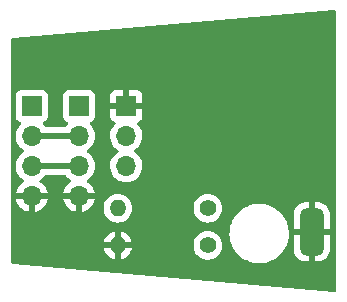
<source format=gbr>
%TF.GenerationSoftware,KiCad,Pcbnew,(6.0.5)*%
%TF.CreationDate,2023-08-08T13:15:34+01:00*%
%TF.ProjectId,Melty-daughter,4d656c74-792d-4646-9175-67687465722e,rev?*%
%TF.SameCoordinates,Original*%
%TF.FileFunction,Copper,L2,Bot*%
%TF.FilePolarity,Positive*%
%FSLAX46Y46*%
G04 Gerber Fmt 4.6, Leading zero omitted, Abs format (unit mm)*
G04 Created by KiCad (PCBNEW (6.0.5)) date 2023-08-08 13:15:34*
%MOMM*%
%LPD*%
G01*
G04 APERTURE LIST*
G04 Aperture macros list*
%AMRoundRect*
0 Rectangle with rounded corners*
0 $1 Rounding radius*
0 $2 $3 $4 $5 $6 $7 $8 $9 X,Y pos of 4 corners*
0 Add a 4 corners polygon primitive as box body*
4,1,4,$2,$3,$4,$5,$6,$7,$8,$9,$2,$3,0*
0 Add four circle primitives for the rounded corners*
1,1,$1+$1,$2,$3*
1,1,$1+$1,$4,$5*
1,1,$1+$1,$6,$7*
1,1,$1+$1,$8,$9*
0 Add four rect primitives between the rounded corners*
20,1,$1+$1,$2,$3,$4,$5,0*
20,1,$1+$1,$4,$5,$6,$7,0*
20,1,$1+$1,$6,$7,$8,$9,0*
20,1,$1+$1,$8,$9,$2,$3,0*%
G04 Aperture macros list end*
%TA.AperFunction,SMDPad,CuDef*%
%ADD10RoundRect,0.500000X-0.500000X-1.500000X0.500000X-1.500000X0.500000X1.500000X-0.500000X1.500000X0*%
%TD*%
%TA.AperFunction,ComponentPad*%
%ADD11C,1.400000*%
%TD*%
%TA.AperFunction,ComponentPad*%
%ADD12O,1.400000X1.400000*%
%TD*%
%TA.AperFunction,ComponentPad*%
%ADD13R,1.700000X1.700000*%
%TD*%
%TA.AperFunction,ComponentPad*%
%ADD14O,1.700000X1.700000*%
%TD*%
%TA.AperFunction,ViaPad*%
%ADD15C,0.800000*%
%TD*%
%TA.AperFunction,Conductor*%
%ADD16C,0.500000*%
%TD*%
G04 APERTURE END LIST*
D10*
%TO.P,P2,1*%
%TO.N,GND*%
X125950000Y-96850000D03*
%TD*%
D11*
%TO.P,R3,1*%
%TO.N,IR_out*%
X117160000Y-98000000D03*
D12*
%TO.P,R3,2*%
%TO.N,GND*%
X109540000Y-98000000D03*
%TD*%
D13*
%TO.P,J2,1,Pin_1*%
%TO.N,+3V3*%
X106250000Y-86200000D03*
D14*
%TO.P,J2,2,Pin_2*%
%TO.N,IR_out*%
X106250000Y-88740000D03*
%TO.P,J2,3,Pin_3*%
%TO.N,Net-(J1-Pad3)*%
X106250000Y-91280000D03*
%TO.P,J2,4,Pin_4*%
%TO.N,GND*%
X106250000Y-93820000D03*
%TD*%
D13*
%TO.P,RV2,1,1*%
%TO.N,GND*%
X110250000Y-86200000D03*
D14*
%TO.P,RV2,2,2*%
%TO.N,IR_out*%
X110250000Y-88740000D03*
%TO.P,RV2,3,3*%
%TO.N,unconnected-(RV2-Pad3)*%
X110250000Y-91280000D03*
%TD*%
D13*
%TO.P,J1,1,Pin_1*%
%TO.N,+3V3*%
X102250000Y-86200000D03*
D14*
%TO.P,J1,2,Pin_2*%
%TO.N,IR_out*%
X102250000Y-88740000D03*
%TO.P,J1,3,Pin_3*%
%TO.N,Net-(J1-Pad3)*%
X102250000Y-91280000D03*
%TO.P,J1,4,Pin_4*%
%TO.N,GND*%
X102250000Y-93820000D03*
%TD*%
D11*
%TO.P,R5,1*%
%TO.N,IR_out*%
X117160000Y-94850000D03*
D12*
%TO.P,R5,2*%
%TO.N,Net-(R5-Pad2)*%
X109540000Y-94850000D03*
%TD*%
D15*
%TO.N,GND*%
X118050000Y-83500000D03*
X113700000Y-87000000D03*
%TD*%
D16*
%TO.N,Net-(J1-Pad3)*%
X102250000Y-91280000D02*
X106250000Y-91280000D01*
%TO.N,IR_out*%
X102250000Y-88740000D02*
X106250000Y-88740000D01*
%TD*%
%TA.AperFunction,Conductor*%
%TO.N,GND*%
G36*
X127924098Y-78081049D02*
G01*
X127975101Y-78130437D01*
X127991500Y-78192594D01*
X127991500Y-101807406D01*
X127971498Y-101875527D01*
X127917842Y-101922020D01*
X127854492Y-101932924D01*
X100623489Y-99544240D01*
X100557377Y-99518362D01*
X100515751Y-99460849D01*
X100508500Y-99418722D01*
X100508500Y-98266522D01*
X108360801Y-98266522D01*
X108399092Y-98409423D01*
X108402842Y-98419727D01*
X108487521Y-98601323D01*
X108492998Y-98610811D01*
X108607925Y-98774942D01*
X108614981Y-98783350D01*
X108756650Y-98925019D01*
X108765058Y-98932075D01*
X108929189Y-99047002D01*
X108938677Y-99052479D01*
X109120273Y-99137158D01*
X109130577Y-99140908D01*
X109268503Y-99177866D01*
X109282599Y-99177530D01*
X109286000Y-99169588D01*
X109286000Y-99164439D01*
X109794000Y-99164439D01*
X109797973Y-99177970D01*
X109806522Y-99179199D01*
X109949423Y-99140908D01*
X109959727Y-99137158D01*
X110141323Y-99052479D01*
X110150811Y-99047002D01*
X110314942Y-98932075D01*
X110323350Y-98925019D01*
X110465019Y-98783350D01*
X110472075Y-98774942D01*
X110587002Y-98610811D01*
X110592479Y-98601323D01*
X110677158Y-98419727D01*
X110680908Y-98409423D01*
X110717866Y-98271497D01*
X110717530Y-98257401D01*
X110709588Y-98254000D01*
X109812115Y-98254000D01*
X109796876Y-98258475D01*
X109795671Y-98259865D01*
X109794000Y-98267548D01*
X109794000Y-99164439D01*
X109286000Y-99164439D01*
X109286000Y-98272115D01*
X109281525Y-98256876D01*
X109280135Y-98255671D01*
X109272452Y-98254000D01*
X108375561Y-98254000D01*
X108362030Y-98257973D01*
X108360801Y-98266522D01*
X100508500Y-98266522D01*
X100508500Y-98000000D01*
X115946884Y-98000000D01*
X115965314Y-98210655D01*
X115966738Y-98215968D01*
X115966738Y-98215970D01*
X115981617Y-98271497D01*
X116020044Y-98414910D01*
X116022366Y-98419891D01*
X116022367Y-98419892D01*
X116035350Y-98447733D01*
X116109411Y-98606558D01*
X116230699Y-98779776D01*
X116380224Y-98929301D01*
X116553442Y-99050589D01*
X116558420Y-99052910D01*
X116558423Y-99052912D01*
X116740108Y-99137633D01*
X116745090Y-99139956D01*
X116750398Y-99141378D01*
X116750400Y-99141379D01*
X116944030Y-99193262D01*
X116944032Y-99193262D01*
X116949345Y-99194686D01*
X117160000Y-99213116D01*
X117370655Y-99194686D01*
X117375968Y-99193262D01*
X117375970Y-99193262D01*
X117569600Y-99141379D01*
X117569602Y-99141378D01*
X117574910Y-99139956D01*
X117579892Y-99137633D01*
X117761577Y-99052912D01*
X117761580Y-99052910D01*
X117766558Y-99050589D01*
X117939776Y-98929301D01*
X118089301Y-98779776D01*
X118210589Y-98606558D01*
X118284651Y-98447733D01*
X118297633Y-98419892D01*
X118297634Y-98419891D01*
X118299956Y-98414910D01*
X118338384Y-98271497D01*
X118353262Y-98215970D01*
X118353262Y-98215968D01*
X118354686Y-98210655D01*
X118373116Y-98000000D01*
X118354686Y-97789345D01*
X118342301Y-97743124D01*
X118301379Y-97590400D01*
X118301378Y-97590398D01*
X118299956Y-97585090D01*
X118210589Y-97393442D01*
X118089301Y-97220224D01*
X117939776Y-97070699D01*
X117838807Y-97000000D01*
X118986540Y-97000000D01*
X119006359Y-97315020D01*
X119065505Y-97625072D01*
X119163044Y-97925266D01*
X119164731Y-97928852D01*
X119164733Y-97928856D01*
X119295750Y-98207283D01*
X119295754Y-98207290D01*
X119297438Y-98210869D01*
X119466568Y-98477375D01*
X119667767Y-98720582D01*
X119897860Y-98936654D01*
X120153221Y-99122184D01*
X120156690Y-99124091D01*
X120156693Y-99124093D01*
X120366111Y-99239222D01*
X120429821Y-99274247D01*
X120433490Y-99275700D01*
X120433495Y-99275702D01*
X120719628Y-99388990D01*
X120723298Y-99390443D01*
X121029025Y-99468940D01*
X121342179Y-99508500D01*
X121657821Y-99508500D01*
X121970975Y-99468940D01*
X122276702Y-99390443D01*
X122280372Y-99388990D01*
X122566505Y-99275702D01*
X122566510Y-99275700D01*
X122570179Y-99274247D01*
X122633889Y-99239222D01*
X122843307Y-99124093D01*
X122843310Y-99124091D01*
X122846779Y-99122184D01*
X123102140Y-98936654D01*
X123332233Y-98720582D01*
X123533432Y-98477375D01*
X123554180Y-98444681D01*
X124442000Y-98444681D01*
X124442077Y-98447733D01*
X124443233Y-98456945D01*
X124480162Y-98640091D01*
X124483752Y-98651833D01*
X124554978Y-98822943D01*
X124560778Y-98833759D01*
X124663885Y-98987779D01*
X124671678Y-98997266D01*
X124802734Y-99128322D01*
X124812221Y-99136115D01*
X124966241Y-99239222D01*
X124977057Y-99245022D01*
X125148167Y-99316248D01*
X125159909Y-99319838D01*
X125343055Y-99356767D01*
X125352267Y-99357923D01*
X125355319Y-99358000D01*
X125677885Y-99358000D01*
X125693124Y-99353525D01*
X125694329Y-99352135D01*
X125696000Y-99344452D01*
X125696000Y-99339885D01*
X126204000Y-99339885D01*
X126208475Y-99355124D01*
X126209865Y-99356329D01*
X126217548Y-99358000D01*
X126544681Y-99358000D01*
X126547733Y-99357923D01*
X126556945Y-99356767D01*
X126740091Y-99319838D01*
X126751833Y-99316248D01*
X126922943Y-99245022D01*
X126933759Y-99239222D01*
X127087779Y-99136115D01*
X127097266Y-99128322D01*
X127228322Y-98997266D01*
X127236115Y-98987779D01*
X127339222Y-98833759D01*
X127345022Y-98822943D01*
X127416248Y-98651833D01*
X127419838Y-98640091D01*
X127456767Y-98456945D01*
X127457923Y-98447733D01*
X127458000Y-98444681D01*
X127458000Y-97122115D01*
X127453525Y-97106876D01*
X127452135Y-97105671D01*
X127444452Y-97104000D01*
X126222115Y-97104000D01*
X126206876Y-97108475D01*
X126205671Y-97109865D01*
X126204000Y-97117548D01*
X126204000Y-99339885D01*
X125696000Y-99339885D01*
X125696000Y-97122115D01*
X125691525Y-97106876D01*
X125690135Y-97105671D01*
X125682452Y-97104000D01*
X124460115Y-97104000D01*
X124444876Y-97108475D01*
X124443671Y-97109865D01*
X124442000Y-97117548D01*
X124442000Y-98444681D01*
X123554180Y-98444681D01*
X123702562Y-98210869D01*
X123704246Y-98207290D01*
X123704250Y-98207283D01*
X123835267Y-97928856D01*
X123835269Y-97928852D01*
X123836956Y-97925266D01*
X123934495Y-97625072D01*
X123993641Y-97315020D01*
X124013460Y-97000000D01*
X123993641Y-96684980D01*
X123973211Y-96577885D01*
X124442000Y-96577885D01*
X124446475Y-96593124D01*
X124447865Y-96594329D01*
X124455548Y-96596000D01*
X125677885Y-96596000D01*
X125693124Y-96591525D01*
X125694329Y-96590135D01*
X125696000Y-96582452D01*
X125696000Y-96577885D01*
X126204000Y-96577885D01*
X126208475Y-96593124D01*
X126209865Y-96594329D01*
X126217548Y-96596000D01*
X127439885Y-96596000D01*
X127455124Y-96591525D01*
X127456329Y-96590135D01*
X127458000Y-96582452D01*
X127458000Y-95255319D01*
X127457923Y-95252267D01*
X127456767Y-95243055D01*
X127419838Y-95059909D01*
X127416248Y-95048167D01*
X127345022Y-94877057D01*
X127339222Y-94866241D01*
X127236115Y-94712221D01*
X127228322Y-94702734D01*
X127097266Y-94571678D01*
X127087779Y-94563885D01*
X126933759Y-94460778D01*
X126922943Y-94454978D01*
X126751833Y-94383752D01*
X126740091Y-94380162D01*
X126556945Y-94343233D01*
X126547733Y-94342077D01*
X126544681Y-94342000D01*
X126222115Y-94342000D01*
X126206876Y-94346475D01*
X126205671Y-94347865D01*
X126204000Y-94355548D01*
X126204000Y-96577885D01*
X125696000Y-96577885D01*
X125696000Y-94360115D01*
X125691525Y-94344876D01*
X125690135Y-94343671D01*
X125682452Y-94342000D01*
X125355319Y-94342000D01*
X125352267Y-94342077D01*
X125343055Y-94343233D01*
X125159909Y-94380162D01*
X125148167Y-94383752D01*
X124977057Y-94454978D01*
X124966241Y-94460778D01*
X124812221Y-94563885D01*
X124802734Y-94571678D01*
X124671678Y-94702734D01*
X124663885Y-94712221D01*
X124560778Y-94866241D01*
X124554978Y-94877057D01*
X124483752Y-95048167D01*
X124480162Y-95059909D01*
X124443233Y-95243055D01*
X124442077Y-95252267D01*
X124442000Y-95255319D01*
X124442000Y-96577885D01*
X123973211Y-96577885D01*
X123934495Y-96374928D01*
X123836956Y-96074734D01*
X123822817Y-96044686D01*
X123704250Y-95792717D01*
X123704246Y-95792710D01*
X123702562Y-95789131D01*
X123698329Y-95782460D01*
X123670052Y-95737903D01*
X123533432Y-95522625D01*
X123332233Y-95279418D01*
X123102140Y-95063346D01*
X123097410Y-95059909D01*
X122930759Y-94938831D01*
X122846779Y-94877816D01*
X122825725Y-94866241D01*
X122573648Y-94727660D01*
X122573647Y-94727659D01*
X122570179Y-94725753D01*
X122566510Y-94724300D01*
X122566505Y-94724298D01*
X122280372Y-94611010D01*
X122280371Y-94611010D01*
X122276702Y-94609557D01*
X121970975Y-94531060D01*
X121657821Y-94491500D01*
X121342179Y-94491500D01*
X121029025Y-94531060D01*
X120723298Y-94609557D01*
X120719629Y-94611010D01*
X120719628Y-94611010D01*
X120433495Y-94724298D01*
X120433490Y-94724300D01*
X120429821Y-94725753D01*
X120426353Y-94727659D01*
X120426352Y-94727660D01*
X120174276Y-94866241D01*
X120153221Y-94877816D01*
X120069241Y-94938831D01*
X119902591Y-95059909D01*
X119897860Y-95063346D01*
X119667767Y-95279418D01*
X119466568Y-95522625D01*
X119329948Y-95737903D01*
X119301672Y-95782460D01*
X119297438Y-95789131D01*
X119295754Y-95792710D01*
X119295750Y-95792717D01*
X119177183Y-96044686D01*
X119163044Y-96074734D01*
X119065505Y-96374928D01*
X119006359Y-96684980D01*
X119006110Y-96688942D01*
X118989525Y-96952566D01*
X118988833Y-96963559D01*
X118986540Y-97000000D01*
X117838807Y-97000000D01*
X117766558Y-96949411D01*
X117761580Y-96947090D01*
X117761577Y-96947088D01*
X117579892Y-96862367D01*
X117579891Y-96862366D01*
X117574910Y-96860044D01*
X117569602Y-96858622D01*
X117569600Y-96858621D01*
X117375970Y-96806738D01*
X117375968Y-96806738D01*
X117370655Y-96805314D01*
X117160000Y-96786884D01*
X116949345Y-96805314D01*
X116944032Y-96806738D01*
X116944030Y-96806738D01*
X116750400Y-96858621D01*
X116750398Y-96858622D01*
X116745090Y-96860044D01*
X116740109Y-96862366D01*
X116740108Y-96862367D01*
X116558423Y-96947088D01*
X116558420Y-96947090D01*
X116553442Y-96949411D01*
X116380224Y-97070699D01*
X116230699Y-97220224D01*
X116109411Y-97393442D01*
X116020044Y-97585090D01*
X116018622Y-97590398D01*
X116018621Y-97590400D01*
X115977699Y-97743124D01*
X115965314Y-97789345D01*
X115946884Y-98000000D01*
X100508500Y-98000000D01*
X100508500Y-97728503D01*
X108362134Y-97728503D01*
X108362470Y-97742599D01*
X108370412Y-97746000D01*
X109267885Y-97746000D01*
X109283124Y-97741525D01*
X109284329Y-97740135D01*
X109286000Y-97732452D01*
X109286000Y-97727885D01*
X109794000Y-97727885D01*
X109798475Y-97743124D01*
X109799865Y-97744329D01*
X109807548Y-97746000D01*
X110704439Y-97746000D01*
X110717970Y-97742027D01*
X110719199Y-97733478D01*
X110680908Y-97590577D01*
X110677158Y-97580273D01*
X110592479Y-97398677D01*
X110587002Y-97389189D01*
X110472075Y-97225058D01*
X110465019Y-97216650D01*
X110323350Y-97074981D01*
X110314942Y-97067925D01*
X110150811Y-96952998D01*
X110141323Y-96947521D01*
X109959727Y-96862842D01*
X109949423Y-96859092D01*
X109811497Y-96822134D01*
X109797401Y-96822470D01*
X109794000Y-96830412D01*
X109794000Y-97727885D01*
X109286000Y-97727885D01*
X109286000Y-96835561D01*
X109282027Y-96822030D01*
X109273478Y-96820801D01*
X109130577Y-96859092D01*
X109120273Y-96862842D01*
X108938677Y-96947521D01*
X108929189Y-96952998D01*
X108765058Y-97067925D01*
X108756650Y-97074981D01*
X108614981Y-97216650D01*
X108607925Y-97225058D01*
X108492998Y-97389189D01*
X108487521Y-97398677D01*
X108402842Y-97580273D01*
X108399092Y-97590577D01*
X108362134Y-97728503D01*
X100508500Y-97728503D01*
X100508500Y-94087966D01*
X100918257Y-94087966D01*
X100948565Y-94222446D01*
X100951645Y-94232275D01*
X101031770Y-94429603D01*
X101036413Y-94438794D01*
X101147694Y-94620388D01*
X101153777Y-94628699D01*
X101293213Y-94789667D01*
X101300580Y-94796883D01*
X101464434Y-94932916D01*
X101472881Y-94938831D01*
X101656756Y-95046279D01*
X101666042Y-95050729D01*
X101865001Y-95126703D01*
X101874899Y-95129579D01*
X101978250Y-95150606D01*
X101992299Y-95149410D01*
X101996000Y-95139065D01*
X101996000Y-95138517D01*
X102504000Y-95138517D01*
X102508064Y-95152359D01*
X102521478Y-95154393D01*
X102528184Y-95153534D01*
X102538262Y-95151392D01*
X102742255Y-95090191D01*
X102751842Y-95086433D01*
X102943095Y-94992739D01*
X102951945Y-94987464D01*
X103125328Y-94863792D01*
X103133200Y-94857139D01*
X103284052Y-94706812D01*
X103290730Y-94698965D01*
X103415003Y-94526020D01*
X103420313Y-94517183D01*
X103514670Y-94326267D01*
X103518469Y-94316672D01*
X103580377Y-94112910D01*
X103582555Y-94102837D01*
X103583986Y-94091962D01*
X103583363Y-94087966D01*
X104918257Y-94087966D01*
X104948565Y-94222446D01*
X104951645Y-94232275D01*
X105031770Y-94429603D01*
X105036413Y-94438794D01*
X105147694Y-94620388D01*
X105153777Y-94628699D01*
X105293213Y-94789667D01*
X105300580Y-94796883D01*
X105464434Y-94932916D01*
X105472881Y-94938831D01*
X105656756Y-95046279D01*
X105666042Y-95050729D01*
X105865001Y-95126703D01*
X105874899Y-95129579D01*
X105978250Y-95150606D01*
X105992299Y-95149410D01*
X105996000Y-95139065D01*
X105996000Y-95138517D01*
X106504000Y-95138517D01*
X106508064Y-95152359D01*
X106521478Y-95154393D01*
X106528184Y-95153534D01*
X106538262Y-95151392D01*
X106742255Y-95090191D01*
X106751842Y-95086433D01*
X106943095Y-94992739D01*
X106951945Y-94987464D01*
X107125328Y-94863792D01*
X107133200Y-94857139D01*
X107140364Y-94850000D01*
X108326884Y-94850000D01*
X108345314Y-95060655D01*
X108346738Y-95065968D01*
X108346738Y-95065970D01*
X108363012Y-95126703D01*
X108400044Y-95264910D01*
X108489411Y-95456558D01*
X108610699Y-95629776D01*
X108760224Y-95779301D01*
X108933442Y-95900589D01*
X108938420Y-95902910D01*
X108938423Y-95902912D01*
X108951878Y-95909186D01*
X109125090Y-95989956D01*
X109130398Y-95991378D01*
X109130400Y-95991379D01*
X109324030Y-96043262D01*
X109324032Y-96043262D01*
X109329345Y-96044686D01*
X109540000Y-96063116D01*
X109750655Y-96044686D01*
X109755968Y-96043262D01*
X109755970Y-96043262D01*
X109949600Y-95991379D01*
X109949602Y-95991378D01*
X109954910Y-95989956D01*
X110128122Y-95909186D01*
X110141577Y-95902912D01*
X110141580Y-95902910D01*
X110146558Y-95900589D01*
X110319776Y-95779301D01*
X110469301Y-95629776D01*
X110590589Y-95456558D01*
X110679956Y-95264910D01*
X110716989Y-95126703D01*
X110733262Y-95065970D01*
X110733262Y-95065968D01*
X110734686Y-95060655D01*
X110753116Y-94850000D01*
X115946884Y-94850000D01*
X115965314Y-95060655D01*
X115966738Y-95065968D01*
X115966738Y-95065970D01*
X115983012Y-95126703D01*
X116020044Y-95264910D01*
X116109411Y-95456558D01*
X116230699Y-95629776D01*
X116380224Y-95779301D01*
X116553442Y-95900589D01*
X116558420Y-95902910D01*
X116558423Y-95902912D01*
X116571878Y-95909186D01*
X116745090Y-95989956D01*
X116750398Y-95991378D01*
X116750400Y-95991379D01*
X116944030Y-96043262D01*
X116944032Y-96043262D01*
X116949345Y-96044686D01*
X117160000Y-96063116D01*
X117370655Y-96044686D01*
X117375968Y-96043262D01*
X117375970Y-96043262D01*
X117569600Y-95991379D01*
X117569602Y-95991378D01*
X117574910Y-95989956D01*
X117748122Y-95909186D01*
X117761577Y-95902912D01*
X117761580Y-95902910D01*
X117766558Y-95900589D01*
X117939776Y-95779301D01*
X118089301Y-95629776D01*
X118210589Y-95456558D01*
X118299956Y-95264910D01*
X118336989Y-95126703D01*
X118353262Y-95065970D01*
X118353262Y-95065968D01*
X118354686Y-95060655D01*
X118373116Y-94850000D01*
X118354686Y-94639345D01*
X118353262Y-94634030D01*
X118301379Y-94440400D01*
X118301378Y-94440398D01*
X118299956Y-94435090D01*
X118297633Y-94430108D01*
X118212912Y-94248423D01*
X118212910Y-94248420D01*
X118210589Y-94243442D01*
X118089301Y-94070224D01*
X117939776Y-93920699D01*
X117766558Y-93799411D01*
X117761580Y-93797090D01*
X117761577Y-93797088D01*
X117579892Y-93712367D01*
X117579891Y-93712366D01*
X117574910Y-93710044D01*
X117569602Y-93708622D01*
X117569600Y-93708621D01*
X117375970Y-93656738D01*
X117375968Y-93656738D01*
X117370655Y-93655314D01*
X117160000Y-93636884D01*
X116949345Y-93655314D01*
X116944032Y-93656738D01*
X116944030Y-93656738D01*
X116750400Y-93708621D01*
X116750398Y-93708622D01*
X116745090Y-93710044D01*
X116740109Y-93712366D01*
X116740108Y-93712367D01*
X116558423Y-93797088D01*
X116558420Y-93797090D01*
X116553442Y-93799411D01*
X116380224Y-93920699D01*
X116230699Y-94070224D01*
X116109411Y-94243442D01*
X116107090Y-94248420D01*
X116107088Y-94248423D01*
X116022367Y-94430108D01*
X116020044Y-94435090D01*
X116018622Y-94440398D01*
X116018621Y-94440400D01*
X115966738Y-94634030D01*
X115965314Y-94639345D01*
X115946884Y-94850000D01*
X110753116Y-94850000D01*
X110734686Y-94639345D01*
X110733262Y-94634030D01*
X110681379Y-94440400D01*
X110681378Y-94440398D01*
X110679956Y-94435090D01*
X110677633Y-94430108D01*
X110592912Y-94248423D01*
X110592910Y-94248420D01*
X110590589Y-94243442D01*
X110469301Y-94070224D01*
X110319776Y-93920699D01*
X110146558Y-93799411D01*
X110141580Y-93797090D01*
X110141577Y-93797088D01*
X109959892Y-93712367D01*
X109959891Y-93712366D01*
X109954910Y-93710044D01*
X109949602Y-93708622D01*
X109949600Y-93708621D01*
X109755970Y-93656738D01*
X109755968Y-93656738D01*
X109750655Y-93655314D01*
X109540000Y-93636884D01*
X109329345Y-93655314D01*
X109324032Y-93656738D01*
X109324030Y-93656738D01*
X109130400Y-93708621D01*
X109130398Y-93708622D01*
X109125090Y-93710044D01*
X109120109Y-93712366D01*
X109120108Y-93712367D01*
X108938423Y-93797088D01*
X108938420Y-93797090D01*
X108933442Y-93799411D01*
X108760224Y-93920699D01*
X108610699Y-94070224D01*
X108489411Y-94243442D01*
X108487090Y-94248420D01*
X108487088Y-94248423D01*
X108402367Y-94430108D01*
X108400044Y-94435090D01*
X108398622Y-94440398D01*
X108398621Y-94440400D01*
X108346738Y-94634030D01*
X108345314Y-94639345D01*
X108326884Y-94850000D01*
X107140364Y-94850000D01*
X107284052Y-94706812D01*
X107290730Y-94698965D01*
X107415003Y-94526020D01*
X107420313Y-94517183D01*
X107514670Y-94326267D01*
X107518469Y-94316672D01*
X107580377Y-94112910D01*
X107582555Y-94102837D01*
X107583986Y-94091962D01*
X107581775Y-94077778D01*
X107568617Y-94074000D01*
X106522115Y-94074000D01*
X106506876Y-94078475D01*
X106505671Y-94079865D01*
X106504000Y-94087548D01*
X106504000Y-95138517D01*
X105996000Y-95138517D01*
X105996000Y-94092115D01*
X105991525Y-94076876D01*
X105990135Y-94075671D01*
X105982452Y-94074000D01*
X104933225Y-94074000D01*
X104919694Y-94077973D01*
X104918257Y-94087966D01*
X103583363Y-94087966D01*
X103581775Y-94077778D01*
X103568617Y-94074000D01*
X102522115Y-94074000D01*
X102506876Y-94078475D01*
X102505671Y-94079865D01*
X102504000Y-94087548D01*
X102504000Y-95138517D01*
X101996000Y-95138517D01*
X101996000Y-94092115D01*
X101991525Y-94076876D01*
X101990135Y-94075671D01*
X101982452Y-94074000D01*
X100933225Y-94074000D01*
X100919694Y-94077973D01*
X100918257Y-94087966D01*
X100508500Y-94087966D01*
X100508500Y-91246695D01*
X100887251Y-91246695D01*
X100887548Y-91251848D01*
X100887548Y-91251851D01*
X100893011Y-91346590D01*
X100900110Y-91469715D01*
X100901247Y-91474761D01*
X100901248Y-91474767D01*
X100921119Y-91562939D01*
X100949222Y-91687639D01*
X101033266Y-91894616D01*
X101149987Y-92085088D01*
X101296250Y-92253938D01*
X101468126Y-92396632D01*
X101541955Y-92439774D01*
X101590679Y-92491412D01*
X101603750Y-92561195D01*
X101577019Y-92626967D01*
X101536562Y-92660327D01*
X101528457Y-92664546D01*
X101519738Y-92670036D01*
X101349433Y-92797905D01*
X101341726Y-92804748D01*
X101194590Y-92958717D01*
X101188104Y-92966727D01*
X101068098Y-93142649D01*
X101063000Y-93151623D01*
X100973338Y-93344783D01*
X100969775Y-93354470D01*
X100914389Y-93554183D01*
X100915912Y-93562607D01*
X100928292Y-93566000D01*
X103568344Y-93566000D01*
X103581875Y-93562027D01*
X103583180Y-93552947D01*
X103541214Y-93385875D01*
X103537894Y-93376124D01*
X103452972Y-93180814D01*
X103448105Y-93171739D01*
X103332426Y-92992926D01*
X103326136Y-92984757D01*
X103182806Y-92827240D01*
X103175273Y-92820215D01*
X103008139Y-92688222D01*
X102999556Y-92682520D01*
X102962602Y-92662120D01*
X102912631Y-92611687D01*
X102897859Y-92542245D01*
X102922975Y-92475839D01*
X102950327Y-92449232D01*
X102973797Y-92432491D01*
X103129860Y-92321173D01*
X103288096Y-92163489D01*
X103340203Y-92090974D01*
X103396198Y-92047326D01*
X103442526Y-92038500D01*
X105052491Y-92038500D01*
X105120612Y-92058502D01*
X105149402Y-92085595D01*
X105149987Y-92085088D01*
X105296250Y-92253938D01*
X105468126Y-92396632D01*
X105541955Y-92439774D01*
X105590679Y-92491412D01*
X105603750Y-92561195D01*
X105577019Y-92626967D01*
X105536562Y-92660327D01*
X105528457Y-92664546D01*
X105519738Y-92670036D01*
X105349433Y-92797905D01*
X105341726Y-92804748D01*
X105194590Y-92958717D01*
X105188104Y-92966727D01*
X105068098Y-93142649D01*
X105063000Y-93151623D01*
X104973338Y-93344783D01*
X104969775Y-93354470D01*
X104914389Y-93554183D01*
X104915912Y-93562607D01*
X104928292Y-93566000D01*
X107568344Y-93566000D01*
X107581875Y-93562027D01*
X107583180Y-93552947D01*
X107541214Y-93385875D01*
X107537894Y-93376124D01*
X107452972Y-93180814D01*
X107448105Y-93171739D01*
X107332426Y-92992926D01*
X107326136Y-92984757D01*
X107182806Y-92827240D01*
X107175273Y-92820215D01*
X107008139Y-92688222D01*
X106999556Y-92682520D01*
X106962602Y-92662120D01*
X106912631Y-92611687D01*
X106897859Y-92542245D01*
X106922975Y-92475839D01*
X106950327Y-92449232D01*
X106973797Y-92432491D01*
X107129860Y-92321173D01*
X107288096Y-92163489D01*
X107347594Y-92080689D01*
X107415435Y-91986277D01*
X107418453Y-91982077D01*
X107517430Y-91781811D01*
X107582370Y-91568069D01*
X107611529Y-91346590D01*
X107613156Y-91280000D01*
X107610418Y-91246695D01*
X108887251Y-91246695D01*
X108887548Y-91251848D01*
X108887548Y-91251851D01*
X108893011Y-91346590D01*
X108900110Y-91469715D01*
X108901247Y-91474761D01*
X108901248Y-91474767D01*
X108921119Y-91562939D01*
X108949222Y-91687639D01*
X109033266Y-91894616D01*
X109149987Y-92085088D01*
X109296250Y-92253938D01*
X109468126Y-92396632D01*
X109661000Y-92509338D01*
X109869692Y-92589030D01*
X109874760Y-92590061D01*
X109874763Y-92590062D01*
X109981054Y-92611687D01*
X110088597Y-92633567D01*
X110093772Y-92633757D01*
X110093774Y-92633757D01*
X110306673Y-92641564D01*
X110306677Y-92641564D01*
X110311837Y-92641753D01*
X110316957Y-92641097D01*
X110316959Y-92641097D01*
X110528288Y-92614025D01*
X110528289Y-92614025D01*
X110533416Y-92613368D01*
X110539019Y-92611687D01*
X110742429Y-92550661D01*
X110742434Y-92550659D01*
X110747384Y-92549174D01*
X110947994Y-92450896D01*
X111129860Y-92321173D01*
X111288096Y-92163489D01*
X111347594Y-92080689D01*
X111415435Y-91986277D01*
X111418453Y-91982077D01*
X111517430Y-91781811D01*
X111582370Y-91568069D01*
X111611529Y-91346590D01*
X111613156Y-91280000D01*
X111594852Y-91057361D01*
X111540431Y-90840702D01*
X111451354Y-90635840D01*
X111377384Y-90521500D01*
X111332822Y-90452617D01*
X111332818Y-90452612D01*
X111330014Y-90448277D01*
X111179670Y-90283051D01*
X111175619Y-90279852D01*
X111175615Y-90279848D01*
X111008414Y-90147800D01*
X111008410Y-90147798D01*
X111004359Y-90144598D01*
X110963053Y-90121796D01*
X110913084Y-90071364D01*
X110898312Y-90001921D01*
X110923428Y-89935516D01*
X110950780Y-89908909D01*
X110994603Y-89877650D01*
X111129860Y-89781173D01*
X111288096Y-89623489D01*
X111347594Y-89540689D01*
X111415435Y-89446277D01*
X111418453Y-89442077D01*
X111517430Y-89241811D01*
X111582370Y-89028069D01*
X111611529Y-88806590D01*
X111613156Y-88740000D01*
X111594852Y-88517361D01*
X111540431Y-88300702D01*
X111451354Y-88095840D01*
X111377384Y-87981500D01*
X111332822Y-87912617D01*
X111332818Y-87912612D01*
X111330014Y-87908277D01*
X111326540Y-87904459D01*
X111326533Y-87904450D01*
X111182435Y-87746088D01*
X111151383Y-87682242D01*
X111159779Y-87611744D01*
X111204956Y-87556976D01*
X111231400Y-87543307D01*
X111338052Y-87503325D01*
X111353649Y-87494786D01*
X111455724Y-87418285D01*
X111468285Y-87405724D01*
X111544786Y-87303649D01*
X111553324Y-87288054D01*
X111598478Y-87167606D01*
X111602105Y-87152351D01*
X111607631Y-87101486D01*
X111608000Y-87094672D01*
X111608000Y-86472115D01*
X111603525Y-86456876D01*
X111602135Y-86455671D01*
X111594452Y-86454000D01*
X108910116Y-86454000D01*
X108894877Y-86458475D01*
X108893672Y-86459865D01*
X108892001Y-86467548D01*
X108892001Y-87094669D01*
X108892371Y-87101490D01*
X108897895Y-87152352D01*
X108901521Y-87167604D01*
X108946676Y-87288054D01*
X108955214Y-87303649D01*
X109031715Y-87405724D01*
X109044276Y-87418285D01*
X109146351Y-87494786D01*
X109161946Y-87503324D01*
X109270827Y-87544142D01*
X109327591Y-87586784D01*
X109352291Y-87653345D01*
X109337083Y-87722694D01*
X109317691Y-87749175D01*
X109194200Y-87878401D01*
X109190629Y-87882138D01*
X109187720Y-87886403D01*
X109187714Y-87886411D01*
X109136493Y-87961498D01*
X109064743Y-88066680D01*
X108970688Y-88269305D01*
X108910989Y-88484570D01*
X108887251Y-88706695D01*
X108887548Y-88711848D01*
X108887548Y-88711851D01*
X108893011Y-88806590D01*
X108900110Y-88929715D01*
X108901247Y-88934761D01*
X108901248Y-88934767D01*
X108921119Y-89022939D01*
X108949222Y-89147639D01*
X109033266Y-89354616D01*
X109149987Y-89545088D01*
X109296250Y-89713938D01*
X109468126Y-89856632D01*
X109538595Y-89897811D01*
X109541445Y-89899476D01*
X109590169Y-89951114D01*
X109603240Y-90020897D01*
X109576509Y-90086669D01*
X109536055Y-90120027D01*
X109523607Y-90126507D01*
X109519474Y-90129610D01*
X109519471Y-90129612D01*
X109495247Y-90147800D01*
X109344965Y-90260635D01*
X109190629Y-90422138D01*
X109187720Y-90426403D01*
X109187714Y-90426411D01*
X109136493Y-90501498D01*
X109064743Y-90606680D01*
X108970688Y-90809305D01*
X108910989Y-91024570D01*
X108887251Y-91246695D01*
X107610418Y-91246695D01*
X107594852Y-91057361D01*
X107540431Y-90840702D01*
X107451354Y-90635840D01*
X107377384Y-90521500D01*
X107332822Y-90452617D01*
X107332818Y-90452612D01*
X107330014Y-90448277D01*
X107179670Y-90283051D01*
X107175619Y-90279852D01*
X107175615Y-90279848D01*
X107008414Y-90147800D01*
X107008410Y-90147798D01*
X107004359Y-90144598D01*
X106963053Y-90121796D01*
X106913084Y-90071364D01*
X106898312Y-90001921D01*
X106923428Y-89935516D01*
X106950780Y-89908909D01*
X106994603Y-89877650D01*
X107129860Y-89781173D01*
X107288096Y-89623489D01*
X107347594Y-89540689D01*
X107415435Y-89446277D01*
X107418453Y-89442077D01*
X107517430Y-89241811D01*
X107582370Y-89028069D01*
X107611529Y-88806590D01*
X107613156Y-88740000D01*
X107594852Y-88517361D01*
X107540431Y-88300702D01*
X107451354Y-88095840D01*
X107377384Y-87981500D01*
X107332822Y-87912617D01*
X107332818Y-87912612D01*
X107330014Y-87908277D01*
X107326532Y-87904450D01*
X107182798Y-87746488D01*
X107151746Y-87682642D01*
X107160141Y-87612143D01*
X107205317Y-87557375D01*
X107231761Y-87543706D01*
X107338297Y-87503767D01*
X107346705Y-87500615D01*
X107463261Y-87413261D01*
X107550615Y-87296705D01*
X107601745Y-87160316D01*
X107608500Y-87098134D01*
X107608500Y-85927885D01*
X108892000Y-85927885D01*
X108896475Y-85943124D01*
X108897865Y-85944329D01*
X108905548Y-85946000D01*
X109977885Y-85946000D01*
X109993124Y-85941525D01*
X109994329Y-85940135D01*
X109996000Y-85932452D01*
X109996000Y-85927885D01*
X110504000Y-85927885D01*
X110508475Y-85943124D01*
X110509865Y-85944329D01*
X110517548Y-85946000D01*
X111589884Y-85946000D01*
X111605123Y-85941525D01*
X111606328Y-85940135D01*
X111607999Y-85932452D01*
X111607999Y-85305331D01*
X111607629Y-85298510D01*
X111602105Y-85247648D01*
X111598479Y-85232396D01*
X111553324Y-85111946D01*
X111544786Y-85096351D01*
X111468285Y-84994276D01*
X111455724Y-84981715D01*
X111353649Y-84905214D01*
X111338054Y-84896676D01*
X111217606Y-84851522D01*
X111202351Y-84847895D01*
X111151486Y-84842369D01*
X111144672Y-84842000D01*
X110522115Y-84842000D01*
X110506876Y-84846475D01*
X110505671Y-84847865D01*
X110504000Y-84855548D01*
X110504000Y-85927885D01*
X109996000Y-85927885D01*
X109996000Y-84860116D01*
X109991525Y-84844877D01*
X109990135Y-84843672D01*
X109982452Y-84842001D01*
X109355331Y-84842001D01*
X109348510Y-84842371D01*
X109297648Y-84847895D01*
X109282396Y-84851521D01*
X109161946Y-84896676D01*
X109146351Y-84905214D01*
X109044276Y-84981715D01*
X109031715Y-84994276D01*
X108955214Y-85096351D01*
X108946676Y-85111946D01*
X108901522Y-85232394D01*
X108897895Y-85247649D01*
X108892369Y-85298514D01*
X108892000Y-85305328D01*
X108892000Y-85927885D01*
X107608500Y-85927885D01*
X107608500Y-85301866D01*
X107601745Y-85239684D01*
X107550615Y-85103295D01*
X107463261Y-84986739D01*
X107346705Y-84899385D01*
X107210316Y-84848255D01*
X107148134Y-84841500D01*
X105351866Y-84841500D01*
X105289684Y-84848255D01*
X105153295Y-84899385D01*
X105036739Y-84986739D01*
X104949385Y-85103295D01*
X104898255Y-85239684D01*
X104891500Y-85301866D01*
X104891500Y-87098134D01*
X104898255Y-87160316D01*
X104949385Y-87296705D01*
X105036739Y-87413261D01*
X105153295Y-87500615D01*
X105161704Y-87503767D01*
X105161705Y-87503768D01*
X105270451Y-87544535D01*
X105327216Y-87587176D01*
X105351916Y-87653738D01*
X105336709Y-87723087D01*
X105317316Y-87749568D01*
X105190629Y-87882138D01*
X105160363Y-87926507D01*
X105105455Y-87971507D01*
X105056277Y-87981500D01*
X103445939Y-87981500D01*
X103377818Y-87961498D01*
X103340147Y-87923941D01*
X103332822Y-87912617D01*
X103330014Y-87908277D01*
X103326532Y-87904450D01*
X103182798Y-87746488D01*
X103151746Y-87682642D01*
X103160141Y-87612143D01*
X103205317Y-87557375D01*
X103231761Y-87543706D01*
X103338297Y-87503767D01*
X103346705Y-87500615D01*
X103463261Y-87413261D01*
X103550615Y-87296705D01*
X103601745Y-87160316D01*
X103608500Y-87098134D01*
X103608500Y-85301866D01*
X103601745Y-85239684D01*
X103550615Y-85103295D01*
X103463261Y-84986739D01*
X103346705Y-84899385D01*
X103210316Y-84848255D01*
X103148134Y-84841500D01*
X101351866Y-84841500D01*
X101289684Y-84848255D01*
X101153295Y-84899385D01*
X101036739Y-84986739D01*
X100949385Y-85103295D01*
X100898255Y-85239684D01*
X100891500Y-85301866D01*
X100891500Y-87098134D01*
X100898255Y-87160316D01*
X100949385Y-87296705D01*
X101036739Y-87413261D01*
X101153295Y-87500615D01*
X101161704Y-87503767D01*
X101161705Y-87503768D01*
X101270451Y-87544535D01*
X101327216Y-87587176D01*
X101351916Y-87653738D01*
X101336709Y-87723087D01*
X101317316Y-87749568D01*
X101190629Y-87882138D01*
X101187720Y-87886403D01*
X101187714Y-87886411D01*
X101136493Y-87961498D01*
X101064743Y-88066680D01*
X100970688Y-88269305D01*
X100910989Y-88484570D01*
X100887251Y-88706695D01*
X100887548Y-88711848D01*
X100887548Y-88711851D01*
X100893011Y-88806590D01*
X100900110Y-88929715D01*
X100901247Y-88934761D01*
X100901248Y-88934767D01*
X100921119Y-89022939D01*
X100949222Y-89147639D01*
X101033266Y-89354616D01*
X101149987Y-89545088D01*
X101296250Y-89713938D01*
X101468126Y-89856632D01*
X101538595Y-89897811D01*
X101541445Y-89899476D01*
X101590169Y-89951114D01*
X101603240Y-90020897D01*
X101576509Y-90086669D01*
X101536055Y-90120027D01*
X101523607Y-90126507D01*
X101519474Y-90129610D01*
X101519471Y-90129612D01*
X101495247Y-90147800D01*
X101344965Y-90260635D01*
X101190629Y-90422138D01*
X101187720Y-90426403D01*
X101187714Y-90426411D01*
X101136493Y-90501498D01*
X101064743Y-90606680D01*
X100970688Y-90809305D01*
X100910989Y-91024570D01*
X100887251Y-91246695D01*
X100508500Y-91246695D01*
X100508500Y-80581278D01*
X100528502Y-80513157D01*
X100582158Y-80466664D01*
X100623489Y-80455760D01*
X127854491Y-78067076D01*
X127924098Y-78081049D01*
G37*
%TD.AperFunction*%
%TD*%
M02*

</source>
